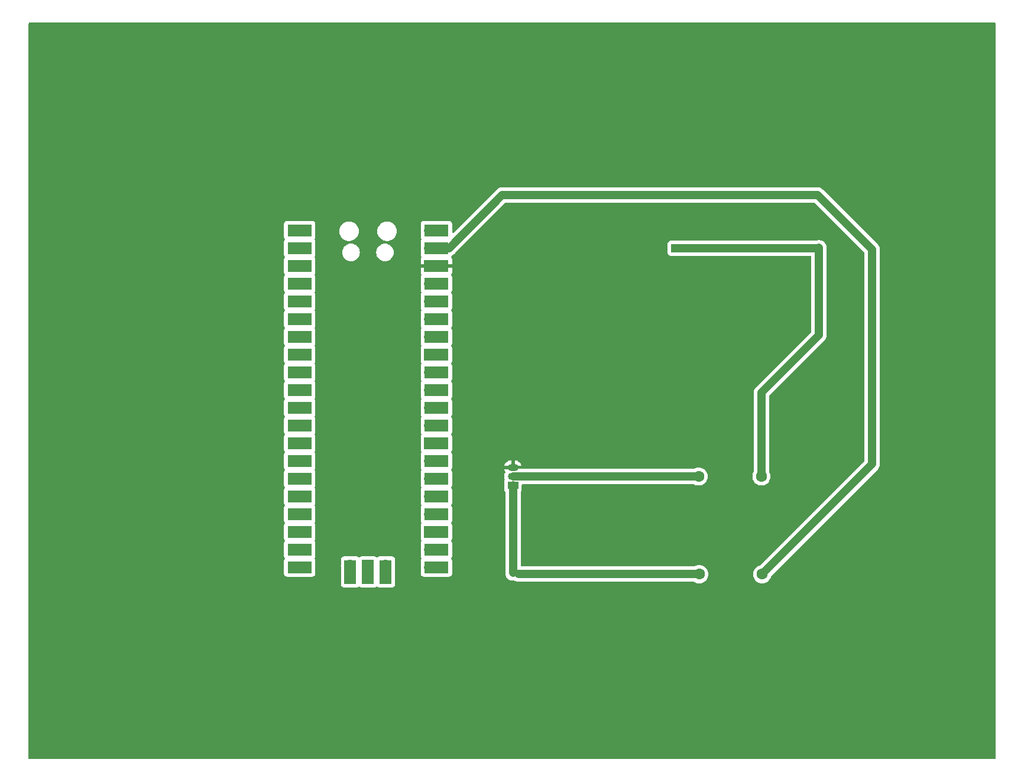
<source format=gbr>
%TF.GenerationSoftware,KiCad,Pcbnew,8.0.0*%
%TF.CreationDate,2024-04-01T11:29:53-03:00*%
%TF.ProjectId,Aula-pcb,41756c61-2d70-4636-922e-6b696361645f,rev?*%
%TF.SameCoordinates,Original*%
%TF.FileFunction,Copper,L1,Top*%
%TF.FilePolarity,Positive*%
%FSLAX46Y46*%
G04 Gerber Fmt 4.6, Leading zero omitted, Abs format (unit mm)*
G04 Created by KiCad (PCBNEW 8.0.0) date 2024-04-01 11:29:53*
%MOMM*%
%LPD*%
G01*
G04 APERTURE LIST*
G04 Aperture macros list*
%AMRoundRect*
0 Rectangle with rounded corners*
0 $1 Rounding radius*
0 $2 $3 $4 $5 $6 $7 $8 $9 X,Y pos of 4 corners*
0 Add a 4 corners polygon primitive as box body*
4,1,4,$2,$3,$4,$5,$6,$7,$8,$9,$2,$3,0*
0 Add four circle primitives for the rounded corners*
1,1,$1+$1,$2,$3*
1,1,$1+$1,$4,$5*
1,1,$1+$1,$6,$7*
1,1,$1+$1,$8,$9*
0 Add four rect primitives between the rounded corners*
20,1,$1+$1,$2,$3,$4,$5,0*
20,1,$1+$1,$4,$5,$6,$7,0*
20,1,$1+$1,$6,$7,$8,$9,0*
20,1,$1+$1,$8,$9,$2,$3,0*%
G04 Aperture macros list end*
%TA.AperFunction,SMDPad,CuDef*%
%ADD10R,2.500000X1.200000*%
%TD*%
%TA.AperFunction,ComponentPad*%
%ADD11C,1.600000*%
%TD*%
%TA.AperFunction,ComponentPad*%
%ADD12R,1.500000X1.050000*%
%TD*%
%TA.AperFunction,ComponentPad*%
%ADD13O,1.500000X1.050000*%
%TD*%
%TA.AperFunction,SMDPad,CuDef*%
%ADD14RoundRect,0.100000X-0.130000X-0.100000X0.130000X-0.100000X0.130000X0.100000X-0.130000X0.100000X0*%
%TD*%
%TA.AperFunction,ComponentPad*%
%ADD15O,1.700000X1.700000*%
%TD*%
%TA.AperFunction,SMDPad,CuDef*%
%ADD16R,3.500000X1.700000*%
%TD*%
%TA.AperFunction,ComponentPad*%
%ADD17R,1.700000X1.700000*%
%TD*%
%TA.AperFunction,SMDPad,CuDef*%
%ADD18R,1.700000X3.500000*%
%TD*%
%TA.AperFunction,Conductor*%
%ADD19C,1.200000*%
%TD*%
%TA.AperFunction,Conductor*%
%ADD20C,0.200000*%
%TD*%
G04 APERTURE END LIST*
D10*
%TO.P,SW1,1,A*%
%TO.N,Net-(R1-Pad1)*%
X219250000Y-76310000D03*
%TO.P,SW1,2,A*%
X231750000Y-76310000D03*
%TO.P,SW1,3,B*%
%TO.N,VCC*%
X219250000Y-68690000D03*
%TO.P,SW1,4,B*%
X231750000Y-68690000D03*
%TD*%
D11*
%TO.P,R2,1*%
%TO.N,Net-(D1-A)*%
X222045000Y-123000000D03*
%TO.P,R2,2*%
%TO.N,VCC*%
X231045000Y-123000000D03*
%TD*%
%TO.P,R1,1*%
%TO.N,Net-(R1-Pad1)*%
X230955000Y-109000000D03*
%TO.P,R1,2*%
%TO.N,Net-(Q1-B)*%
X221955000Y-109000000D03*
%TD*%
D12*
%TO.P,Q1,1,C*%
%TO.N,Net-(D1-K)*%
X195360000Y-110270000D03*
D13*
%TO.P,Q1,2,B*%
%TO.N,Net-(Q1-B)*%
X195360000Y-109000000D03*
%TO.P,Q1,3,E*%
%TO.N,GND*%
X195360000Y-107730000D03*
%TD*%
D14*
%TO.P,D1,1,K*%
%TO.N,Net-(D1-K)*%
X195525000Y-123000000D03*
%TO.P,D1,2,A*%
%TO.N,Net-(D1-A)*%
X196165000Y-123000000D03*
%TD*%
D15*
%TO.P,U1,1,GPIO0*%
%TO.N,unconnected-(U1-GPIO0-Pad1)*%
X165720000Y-73740000D03*
D16*
X164820000Y-73740000D03*
D15*
%TO.P,U1,2,GPIO1*%
%TO.N,unconnected-(U1-GPIO1-Pad2)*%
X165720000Y-76280000D03*
D16*
X164820000Y-76280000D03*
D17*
%TO.P,U1,3,GND*%
%TO.N,unconnected-(U1-GND-Pad3)*%
X165720000Y-78820000D03*
D16*
X164820000Y-78820000D03*
D15*
%TO.P,U1,4,GPIO2*%
%TO.N,unconnected-(U1-GPIO2-Pad4)*%
X165720000Y-81360000D03*
D16*
X164820000Y-81360000D03*
D15*
%TO.P,U1,5,GPIO3*%
%TO.N,unconnected-(U1-GPIO3-Pad5)*%
X165720000Y-83900000D03*
D16*
X164820000Y-83900000D03*
D15*
%TO.P,U1,6,GPIO4*%
%TO.N,unconnected-(U1-GPIO4-Pad6)*%
X165720000Y-86440000D03*
D16*
X164820000Y-86440000D03*
D15*
%TO.P,U1,7,GPIO5*%
%TO.N,unconnected-(U1-GPIO5-Pad7)*%
X165720000Y-88980000D03*
D16*
X164820000Y-88980000D03*
D17*
%TO.P,U1,8,GND*%
%TO.N,unconnected-(U1-GND-Pad8)*%
X165720000Y-91520000D03*
D16*
X164820000Y-91520000D03*
D15*
%TO.P,U1,9,GPIO6*%
%TO.N,unconnected-(U1-GPIO6-Pad9)*%
X165720000Y-94060000D03*
D16*
X164820000Y-94060000D03*
D15*
%TO.P,U1,10,GPIO7*%
%TO.N,unconnected-(U1-GPIO7-Pad10)*%
X165720000Y-96600000D03*
D16*
X164820000Y-96600000D03*
D15*
%TO.P,U1,11,GPIO8*%
%TO.N,unconnected-(U1-GPIO8-Pad11)*%
X165720000Y-99140000D03*
D16*
X164820000Y-99140000D03*
D15*
%TO.P,U1,12,GPIO9*%
%TO.N,unconnected-(U1-GPIO9-Pad12)*%
X165720000Y-101680000D03*
D16*
X164820000Y-101680000D03*
D17*
%TO.P,U1,13,GND*%
%TO.N,unconnected-(U1-GND-Pad13)*%
X165720000Y-104220000D03*
D16*
X164820000Y-104220000D03*
D15*
%TO.P,U1,14,GPIO10*%
%TO.N,unconnected-(U1-GPIO10-Pad14)*%
X165720000Y-106760000D03*
D16*
X164820000Y-106760000D03*
D15*
%TO.P,U1,15,GPIO11*%
%TO.N,unconnected-(U1-GPIO11-Pad15)*%
X165720000Y-109300000D03*
D16*
X164820000Y-109300000D03*
D15*
%TO.P,U1,16,GPIO12*%
%TO.N,unconnected-(U1-GPIO12-Pad16)*%
X165720000Y-111840000D03*
D16*
X164820000Y-111840000D03*
D15*
%TO.P,U1,17,GPIO13*%
%TO.N,unconnected-(U1-GPIO13-Pad17)*%
X165720000Y-114380000D03*
D16*
X164820000Y-114380000D03*
D17*
%TO.P,U1,18,GND*%
%TO.N,unconnected-(U1-GND-Pad18)*%
X165720000Y-116920000D03*
D16*
X164820000Y-116920000D03*
D15*
%TO.P,U1,19,GPIO14*%
%TO.N,unconnected-(U1-GPIO14-Pad19)*%
X165720000Y-119460000D03*
D16*
X164820000Y-119460000D03*
D15*
%TO.P,U1,20,GPIO15*%
%TO.N,unconnected-(U1-GPIO15-Pad20)*%
X165720000Y-122000000D03*
D16*
X164820000Y-122000000D03*
D15*
%TO.P,U1,21,GPIO16*%
%TO.N,unconnected-(U1-GPIO16-Pad21)*%
X183500000Y-122000000D03*
D16*
X184400000Y-122000000D03*
D15*
%TO.P,U1,22,GPIO17*%
%TO.N,unconnected-(U1-GPIO17-Pad22)*%
X183500000Y-119460000D03*
D16*
X184400000Y-119460000D03*
D17*
%TO.P,U1,23,GND*%
%TO.N,unconnected-(U1-GND-Pad23)*%
X183500000Y-116920000D03*
D16*
X184400000Y-116920000D03*
D15*
%TO.P,U1,24,GPIO18*%
%TO.N,unconnected-(U1-GPIO18-Pad24)*%
X183500000Y-114380000D03*
D16*
X184400000Y-114380000D03*
D15*
%TO.P,U1,25,GPIO19*%
%TO.N,unconnected-(U1-GPIO19-Pad25)*%
X183500000Y-111840000D03*
D16*
X184400000Y-111840000D03*
D15*
%TO.P,U1,26,GPIO20*%
%TO.N,unconnected-(U1-GPIO20-Pad26)*%
X183500000Y-109300000D03*
D16*
X184400000Y-109300000D03*
D15*
%TO.P,U1,27,GPIO21*%
%TO.N,unconnected-(U1-GPIO21-Pad27)*%
X183500000Y-106760000D03*
D16*
X184400000Y-106760000D03*
D17*
%TO.P,U1,28,GND*%
%TO.N,unconnected-(U1-GND-Pad28)*%
X183500000Y-104220000D03*
D16*
X184400000Y-104220000D03*
D15*
%TO.P,U1,29,GPIO22*%
%TO.N,unconnected-(U1-GPIO22-Pad29)*%
X183500000Y-101680000D03*
D16*
X184400000Y-101680000D03*
D15*
%TO.P,U1,30,RUN*%
%TO.N,unconnected-(U1-RUN-Pad30)*%
X183500000Y-99140000D03*
D16*
X184400000Y-99140000D03*
D15*
%TO.P,U1,31,GPIO26_ADC0*%
%TO.N,unconnected-(U1-GPIO26_ADC0-Pad31)*%
X183500000Y-96600000D03*
D16*
X184400000Y-96600000D03*
D15*
%TO.P,U1,32,GPIO27_ADC1*%
%TO.N,unconnected-(U1-GPIO27_ADC1-Pad32)*%
X183500000Y-94060000D03*
D16*
X184400000Y-94060000D03*
D17*
%TO.P,U1,33,AGND*%
%TO.N,unconnected-(U1-AGND-Pad33)*%
X183500000Y-91520000D03*
D16*
X184400000Y-91520000D03*
D15*
%TO.P,U1,34,GPIO28_ADC2*%
%TO.N,unconnected-(U1-GPIO28_ADC2-Pad34)*%
X183500000Y-88980000D03*
D16*
X184400000Y-88980000D03*
D15*
%TO.P,U1,35,ADC_VREF*%
%TO.N,unconnected-(U1-ADC_VREF-Pad35)*%
X183500000Y-86440000D03*
D16*
X184400000Y-86440000D03*
D15*
%TO.P,U1,36,3V3*%
%TO.N,unconnected-(U1-3V3-Pad36)*%
X183500000Y-83900000D03*
D16*
X184400000Y-83900000D03*
D15*
%TO.P,U1,37,3V3_EN*%
%TO.N,unconnected-(U1-3V3_EN-Pad37)*%
X183500000Y-81360000D03*
D16*
X184400000Y-81360000D03*
D17*
%TO.P,U1,38,GND*%
%TO.N,GND*%
X183500000Y-78820000D03*
D16*
X184400000Y-78820000D03*
D15*
%TO.P,U1,39,VSYS*%
%TO.N,VCC*%
X183500000Y-76280000D03*
D16*
X184400000Y-76280000D03*
D15*
%TO.P,U1,40,VBUS*%
%TO.N,unconnected-(U1-VBUS-Pad40)*%
X183500000Y-73740000D03*
D16*
X184400000Y-73740000D03*
D15*
%TO.P,U1,41,SWCLK*%
%TO.N,unconnected-(U1-SWCLK-Pad41)*%
X172070000Y-121770000D03*
D18*
X172070000Y-122670000D03*
D17*
%TO.P,U1,42,GND*%
%TO.N,unconnected-(U1-GND-Pad42)*%
X174610000Y-121770000D03*
D18*
X174610000Y-122670000D03*
D15*
%TO.P,U1,43,SWDIO*%
%TO.N,unconnected-(U1-SWDIO-Pad43)*%
X177150000Y-121770000D03*
D18*
X177150000Y-122670000D03*
%TD*%
D19*
%TO.N,VCC*%
X186220000Y-76280000D02*
X193810000Y-68690000D01*
D20*
X183500000Y-76280000D02*
X186220000Y-76280000D01*
D19*
X193810000Y-68690000D02*
X219250000Y-68690000D01*
X231750000Y-68690000D02*
X219250000Y-68690000D01*
X246810000Y-76500000D02*
X239000000Y-68690000D01*
D20*
X246810000Y-76500000D02*
X246810000Y-76250000D01*
D19*
X239000000Y-68690000D02*
X231750000Y-68690000D01*
X246810000Y-88750000D02*
X246810000Y-76500000D01*
%TO.N,Net-(R1-Pad1)*%
X231750000Y-76310000D02*
X219250000Y-76310000D01*
X239130000Y-76310000D02*
X231750000Y-76310000D01*
D20*
X239190000Y-76250000D02*
X239130000Y-76310000D01*
D19*
X239190000Y-88750000D02*
X239190000Y-76250000D01*
X230955000Y-96985000D02*
X239190000Y-88750000D01*
X230955000Y-109000000D02*
X230955000Y-96985000D01*
%TO.N,Net-(Q1-B)*%
X195360000Y-109000000D02*
X221955000Y-109000000D01*
%TO.N,VCC*%
X246810000Y-107235000D02*
X246810000Y-88750000D01*
X231045000Y-123000000D02*
X246810000Y-107235000D01*
%TO.N,Net-(D1-A)*%
X196165000Y-123000000D02*
X222045000Y-123000000D01*
D20*
%TO.N,Net-(D1-K)*%
X195360000Y-122835000D02*
X195525000Y-123000000D01*
D19*
X195360000Y-110270000D02*
X195360000Y-122835000D01*
%TD*%
%TA.AperFunction,Conductor*%
%TO.N,GND*%
G36*
X264442539Y-44020185D02*
G01*
X264488294Y-44072989D01*
X264499500Y-44124500D01*
X264499500Y-149375500D01*
X264479815Y-149442539D01*
X264427011Y-149488294D01*
X264375500Y-149499500D01*
X126124500Y-149499500D01*
X126057461Y-149479815D01*
X126011706Y-149427011D01*
X126000500Y-149375500D01*
X126000500Y-122897870D01*
X162569500Y-122897870D01*
X162569501Y-122897876D01*
X162575908Y-122957483D01*
X162626202Y-123092328D01*
X162626206Y-123092335D01*
X162712452Y-123207544D01*
X162712455Y-123207547D01*
X162827664Y-123293793D01*
X162827671Y-123293797D01*
X162962517Y-123344091D01*
X162962516Y-123344091D01*
X162969444Y-123344835D01*
X163022127Y-123350500D01*
X165655611Y-123350499D01*
X165666419Y-123350971D01*
X165719999Y-123355659D01*
X165720000Y-123355659D01*
X165720001Y-123355659D01*
X165773580Y-123350971D01*
X165784388Y-123350499D01*
X166617871Y-123350499D01*
X166617872Y-123350499D01*
X166677483Y-123344091D01*
X166812331Y-123293796D01*
X166927546Y-123207546D01*
X167013796Y-123092331D01*
X167064091Y-122957483D01*
X167070500Y-122897873D01*
X167070499Y-122064383D01*
X167070971Y-122053576D01*
X167075659Y-122000000D01*
X167075659Y-121999999D01*
X167070971Y-121946421D01*
X167070499Y-121935613D01*
X167070499Y-121770001D01*
X170714341Y-121770001D01*
X170719028Y-121823574D01*
X170719500Y-121834381D01*
X170719500Y-124467870D01*
X170719501Y-124467876D01*
X170725908Y-124527483D01*
X170776202Y-124662328D01*
X170776206Y-124662335D01*
X170862452Y-124777544D01*
X170862455Y-124777547D01*
X170977664Y-124863793D01*
X170977671Y-124863797D01*
X171112517Y-124914091D01*
X171112516Y-124914091D01*
X171119444Y-124914835D01*
X171172127Y-124920500D01*
X172967872Y-124920499D01*
X173027483Y-124914091D01*
X173162331Y-124863796D01*
X173265690Y-124786421D01*
X173331152Y-124762004D01*
X173399425Y-124776855D01*
X173414303Y-124786416D01*
X173517665Y-124863793D01*
X173517668Y-124863795D01*
X173517671Y-124863797D01*
X173652517Y-124914091D01*
X173652516Y-124914091D01*
X173659444Y-124914835D01*
X173712127Y-124920500D01*
X175507872Y-124920499D01*
X175567483Y-124914091D01*
X175702331Y-124863796D01*
X175805690Y-124786421D01*
X175871152Y-124762004D01*
X175939425Y-124776855D01*
X175954303Y-124786416D01*
X176057665Y-124863793D01*
X176057668Y-124863795D01*
X176057671Y-124863797D01*
X176192517Y-124914091D01*
X176192516Y-124914091D01*
X176199444Y-124914835D01*
X176252127Y-124920500D01*
X178047872Y-124920499D01*
X178107483Y-124914091D01*
X178242331Y-124863796D01*
X178357546Y-124777546D01*
X178443796Y-124662331D01*
X178494091Y-124527483D01*
X178500500Y-124467873D01*
X178500499Y-122000002D01*
X182144341Y-122000002D01*
X182149028Y-122053576D01*
X182149500Y-122064383D01*
X182149500Y-122897870D01*
X182149501Y-122897876D01*
X182155908Y-122957483D01*
X182206202Y-123092328D01*
X182206206Y-123092335D01*
X182292452Y-123207544D01*
X182292455Y-123207547D01*
X182407664Y-123293793D01*
X182407671Y-123293797D01*
X182542517Y-123344091D01*
X182542516Y-123344091D01*
X182549444Y-123344835D01*
X182602127Y-123350500D01*
X183435616Y-123350499D01*
X183446425Y-123350971D01*
X183500000Y-123355659D01*
X183553575Y-123350971D01*
X183564384Y-123350499D01*
X186197871Y-123350499D01*
X186197872Y-123350499D01*
X186257483Y-123344091D01*
X186392331Y-123293796D01*
X186507546Y-123207546D01*
X186593796Y-123092331D01*
X186644091Y-122957483D01*
X186650500Y-122897873D01*
X186650499Y-121102128D01*
X186644091Y-121042517D01*
X186593796Y-120907669D01*
X186516421Y-120804309D01*
X186492004Y-120738848D01*
X186506855Y-120670575D01*
X186516416Y-120655696D01*
X186593796Y-120552331D01*
X186644091Y-120417483D01*
X186650500Y-120357873D01*
X186650499Y-118562128D01*
X186644091Y-118502517D01*
X186593796Y-118367669D01*
X186516421Y-118264309D01*
X186492004Y-118198848D01*
X186506855Y-118130575D01*
X186516416Y-118115696D01*
X186593796Y-118012331D01*
X186644091Y-117877483D01*
X186650500Y-117817873D01*
X186650499Y-116022128D01*
X186644091Y-115962517D01*
X186593796Y-115827669D01*
X186516421Y-115724309D01*
X186492004Y-115658848D01*
X186506855Y-115590575D01*
X186516416Y-115575696D01*
X186593796Y-115472331D01*
X186644091Y-115337483D01*
X186650500Y-115277873D01*
X186650499Y-113482128D01*
X186644091Y-113422517D01*
X186593796Y-113287669D01*
X186516421Y-113184309D01*
X186492004Y-113118848D01*
X186506855Y-113050575D01*
X186516416Y-113035696D01*
X186593796Y-112932331D01*
X186644091Y-112797483D01*
X186650500Y-112737873D01*
X186650499Y-110942128D01*
X186644091Y-110882517D01*
X186629304Y-110842872D01*
X186629303Y-110842870D01*
X194109500Y-110842870D01*
X194109501Y-110842876D01*
X194115908Y-110902483D01*
X194166202Y-111037328D01*
X194166203Y-111037330D01*
X194234767Y-111128919D01*
X194259184Y-111194383D01*
X194259500Y-111203230D01*
X194259500Y-122921611D01*
X194286598Y-123092701D01*
X194340127Y-123257445D01*
X194418768Y-123411788D01*
X194520586Y-123551928D01*
X194643072Y-123674414D01*
X194783212Y-123776232D01*
X194937555Y-123854873D01*
X195102299Y-123908402D01*
X195273389Y-123935500D01*
X195273390Y-123935500D01*
X195446608Y-123935500D01*
X195446611Y-123935500D01*
X195506516Y-123926011D01*
X195575806Y-123934965D01*
X195583805Y-123939150D01*
X195583872Y-123939020D01*
X195588208Y-123941229D01*
X195588212Y-123941232D01*
X195742555Y-124019873D01*
X195907299Y-124073402D01*
X196078389Y-124100500D01*
X221310228Y-124100500D01*
X221377267Y-124120185D01*
X221381340Y-124122917D01*
X221392266Y-124130568D01*
X221598504Y-124226739D01*
X221818308Y-124285635D01*
X221980230Y-124299801D01*
X222044998Y-124305468D01*
X222045000Y-124305468D01*
X222045002Y-124305468D01*
X222101673Y-124300509D01*
X222271692Y-124285635D01*
X222491496Y-124226739D01*
X222697734Y-124130568D01*
X222884139Y-124000047D01*
X223045047Y-123839139D01*
X223175568Y-123652734D01*
X223271739Y-123446496D01*
X223330635Y-123226692D01*
X223350468Y-123000000D01*
X223330635Y-122773308D01*
X223271739Y-122553504D01*
X223175568Y-122347266D01*
X223045047Y-122160861D01*
X223045045Y-122160858D01*
X222884141Y-121999954D01*
X222697734Y-121869432D01*
X222697732Y-121869431D01*
X222491497Y-121773261D01*
X222491488Y-121773258D01*
X222271697Y-121714366D01*
X222271693Y-121714365D01*
X222271692Y-121714365D01*
X222271691Y-121714364D01*
X222271686Y-121714364D01*
X222045002Y-121694532D01*
X222044998Y-121694532D01*
X221818313Y-121714364D01*
X221818302Y-121714366D01*
X221598511Y-121773258D01*
X221598502Y-121773261D01*
X221392267Y-121869431D01*
X221392265Y-121869432D01*
X221381351Y-121877075D01*
X221315144Y-121899402D01*
X221310228Y-121899500D01*
X196584500Y-121899500D01*
X196517461Y-121879815D01*
X196471706Y-121827011D01*
X196460500Y-121775500D01*
X196460500Y-111203230D01*
X196480185Y-111136191D01*
X196485233Y-111128919D01*
X196553796Y-111037331D01*
X196604091Y-110902483D01*
X196610500Y-110842873D01*
X196610499Y-110224499D01*
X196630183Y-110157461D01*
X196682987Y-110111706D01*
X196734499Y-110100500D01*
X221220228Y-110100500D01*
X221287267Y-110120185D01*
X221291340Y-110122917D01*
X221302266Y-110130568D01*
X221508504Y-110226739D01*
X221728308Y-110285635D01*
X221890230Y-110299801D01*
X221954998Y-110305468D01*
X221955000Y-110305468D01*
X221955002Y-110305468D01*
X222011673Y-110300509D01*
X222181692Y-110285635D01*
X222401496Y-110226739D01*
X222607734Y-110130568D01*
X222794139Y-110000047D01*
X222955047Y-109839139D01*
X223085568Y-109652734D01*
X223181739Y-109446496D01*
X223240635Y-109226692D01*
X223260468Y-109000000D01*
X223240635Y-108773308D01*
X223181739Y-108553504D01*
X223085568Y-108347266D01*
X222955047Y-108160861D01*
X222955045Y-108160858D01*
X222794141Y-107999954D01*
X222607734Y-107869432D01*
X222607732Y-107869431D01*
X222401497Y-107773261D01*
X222401488Y-107773258D01*
X222181697Y-107714366D01*
X222181693Y-107714365D01*
X222181692Y-107714365D01*
X222181691Y-107714364D01*
X222181686Y-107714364D01*
X221955002Y-107694532D01*
X221954998Y-107694532D01*
X221728313Y-107714364D01*
X221728302Y-107714366D01*
X221508511Y-107773258D01*
X221508502Y-107773261D01*
X221302267Y-107869431D01*
X221302265Y-107869432D01*
X221291351Y-107877075D01*
X221225144Y-107899402D01*
X221220228Y-107899500D01*
X195695152Y-107899500D01*
X195709444Y-107874745D01*
X195735000Y-107779370D01*
X195735000Y-107680630D01*
X195709444Y-107585255D01*
X195660075Y-107499745D01*
X195640330Y-107480000D01*
X196580353Y-107480000D01*
X196570612Y-107431025D01*
X196570609Y-107431016D01*
X196493347Y-107244486D01*
X196493340Y-107244473D01*
X196381170Y-107076600D01*
X196381167Y-107076596D01*
X196238403Y-106933832D01*
X196238399Y-106933829D01*
X196070526Y-106821659D01*
X196070513Y-106821652D01*
X195883983Y-106744390D01*
X195883974Y-106744387D01*
X195685958Y-106705000D01*
X195610000Y-106705000D01*
X195610000Y-107449670D01*
X195590255Y-107429925D01*
X195504745Y-107380556D01*
X195409370Y-107355000D01*
X195310630Y-107355000D01*
X195215255Y-107380556D01*
X195129745Y-107429925D01*
X195110000Y-107449670D01*
X195110000Y-106705000D01*
X195034041Y-106705000D01*
X194836025Y-106744387D01*
X194836016Y-106744390D01*
X194649486Y-106821652D01*
X194649473Y-106821659D01*
X194481600Y-106933829D01*
X194481596Y-106933832D01*
X194338832Y-107076596D01*
X194338829Y-107076600D01*
X194226659Y-107244473D01*
X194226652Y-107244486D01*
X194149390Y-107431016D01*
X194149387Y-107431025D01*
X194139647Y-107480000D01*
X195079670Y-107480000D01*
X195059925Y-107499745D01*
X195010556Y-107585255D01*
X194985000Y-107680630D01*
X194985000Y-107779370D01*
X195010556Y-107874745D01*
X195050255Y-107943507D01*
X194956624Y-107973931D01*
X194918306Y-107980000D01*
X194139647Y-107980000D01*
X194149387Y-108028974D01*
X194149390Y-108028983D01*
X194226652Y-108215513D01*
X194226659Y-108215526D01*
X194280203Y-108295659D01*
X194301081Y-108362336D01*
X194282597Y-108429716D01*
X194280204Y-108433439D01*
X194226214Y-108514243D01*
X194148909Y-108700872D01*
X194148907Y-108700880D01*
X194109500Y-108898992D01*
X194109500Y-109101007D01*
X194148907Y-109299119D01*
X194148909Y-109299127D01*
X194182325Y-109379800D01*
X194189794Y-109449270D01*
X194170038Y-109494660D01*
X194170454Y-109494887D01*
X194167919Y-109499528D01*
X194167037Y-109501556D01*
X194166206Y-109502665D01*
X194166202Y-109502672D01*
X194115908Y-109637517D01*
X194109501Y-109697116D01*
X194109500Y-109697135D01*
X194109500Y-110842870D01*
X186629303Y-110842870D01*
X186593797Y-110747671D01*
X186593795Y-110747668D01*
X186516421Y-110644309D01*
X186492004Y-110578848D01*
X186506855Y-110510575D01*
X186516416Y-110495696D01*
X186593796Y-110392331D01*
X186644091Y-110257483D01*
X186650500Y-110197873D01*
X186650499Y-108402128D01*
X186644091Y-108342517D01*
X186596726Y-108215526D01*
X186593797Y-108207671D01*
X186593795Y-108207668D01*
X186516421Y-108104309D01*
X186492004Y-108038848D01*
X186506855Y-107970575D01*
X186516416Y-107955696D01*
X186593796Y-107852331D01*
X186644091Y-107717483D01*
X186650500Y-107657873D01*
X186650499Y-105862128D01*
X186644091Y-105802517D01*
X186593796Y-105667669D01*
X186516421Y-105564309D01*
X186492004Y-105498848D01*
X186506855Y-105430575D01*
X186516416Y-105415696D01*
X186593796Y-105312331D01*
X186644091Y-105177483D01*
X186650500Y-105117873D01*
X186650499Y-103322128D01*
X186644091Y-103262517D01*
X186593796Y-103127669D01*
X186516421Y-103024309D01*
X186492004Y-102958848D01*
X186506855Y-102890575D01*
X186516416Y-102875696D01*
X186593796Y-102772331D01*
X186644091Y-102637483D01*
X186650500Y-102577873D01*
X186650499Y-100782128D01*
X186644091Y-100722517D01*
X186593796Y-100587669D01*
X186516421Y-100484309D01*
X186492004Y-100418848D01*
X186506855Y-100350575D01*
X186516416Y-100335696D01*
X186593796Y-100232331D01*
X186644091Y-100097483D01*
X186650500Y-100037873D01*
X186650499Y-98242128D01*
X186644091Y-98182517D01*
X186593796Y-98047669D01*
X186516421Y-97944309D01*
X186492004Y-97878848D01*
X186506855Y-97810575D01*
X186516416Y-97795696D01*
X186593796Y-97692331D01*
X186644091Y-97557483D01*
X186650500Y-97497873D01*
X186650499Y-95702128D01*
X186644091Y-95642517D01*
X186593796Y-95507669D01*
X186516421Y-95404309D01*
X186492004Y-95338848D01*
X186506855Y-95270575D01*
X186516416Y-95255696D01*
X186593796Y-95152331D01*
X186644091Y-95017483D01*
X186650500Y-94957873D01*
X186650499Y-93162128D01*
X186644091Y-93102517D01*
X186593796Y-92967669D01*
X186516421Y-92864309D01*
X186492004Y-92798848D01*
X186506855Y-92730575D01*
X186516416Y-92715696D01*
X186593796Y-92612331D01*
X186644091Y-92477483D01*
X186650500Y-92417873D01*
X186650499Y-90622128D01*
X186644091Y-90562517D01*
X186593796Y-90427669D01*
X186516421Y-90324309D01*
X186492004Y-90258848D01*
X186506855Y-90190575D01*
X186516416Y-90175696D01*
X186593796Y-90072331D01*
X186644091Y-89937483D01*
X186650500Y-89877873D01*
X186650499Y-88082128D01*
X186644091Y-88022517D01*
X186593796Y-87887669D01*
X186516421Y-87784309D01*
X186492004Y-87718848D01*
X186506855Y-87650575D01*
X186516416Y-87635696D01*
X186593796Y-87532331D01*
X186644091Y-87397483D01*
X186650500Y-87337873D01*
X186650499Y-85542128D01*
X186644091Y-85482517D01*
X186593796Y-85347669D01*
X186516421Y-85244309D01*
X186492004Y-85178848D01*
X186506855Y-85110575D01*
X186516416Y-85095696D01*
X186593796Y-84992331D01*
X186644091Y-84857483D01*
X186650500Y-84797873D01*
X186650499Y-83002128D01*
X186644091Y-82942517D01*
X186593796Y-82807669D01*
X186516421Y-82704309D01*
X186492004Y-82638848D01*
X186506855Y-82570575D01*
X186516416Y-82555696D01*
X186593796Y-82452331D01*
X186644091Y-82317483D01*
X186650500Y-82257873D01*
X186650499Y-80462128D01*
X186644091Y-80402517D01*
X186593796Y-80267669D01*
X186516109Y-80163893D01*
X186491692Y-80098430D01*
X186506543Y-80030157D01*
X186516110Y-80015271D01*
X186593352Y-79912089D01*
X186593354Y-79912086D01*
X186643596Y-79777379D01*
X186643598Y-79777372D01*
X186649999Y-79717844D01*
X186650000Y-79717827D01*
X186650000Y-79070000D01*
X183944560Y-79070000D01*
X183975245Y-79016853D01*
X184010000Y-78887143D01*
X184010000Y-78752857D01*
X183975245Y-78623147D01*
X183944560Y-78570000D01*
X186650000Y-78570000D01*
X186650000Y-77922172D01*
X186649999Y-77922155D01*
X186643598Y-77862627D01*
X186643596Y-77862620D01*
X186593354Y-77727913D01*
X186593352Y-77727910D01*
X186516110Y-77624729D01*
X186491692Y-77559265D01*
X186506543Y-77490992D01*
X186516105Y-77476111D01*
X186593796Y-77372331D01*
X186598874Y-77358713D01*
X186640741Y-77302780D01*
X186658757Y-77291561D01*
X186796788Y-77221232D01*
X186936928Y-77119414D01*
X187098472Y-76957870D01*
X217499500Y-76957870D01*
X217499501Y-76957876D01*
X217505908Y-77017483D01*
X217556202Y-77152328D01*
X217556206Y-77152335D01*
X217642452Y-77267544D01*
X217642455Y-77267547D01*
X217757664Y-77353793D01*
X217757671Y-77353797D01*
X217892517Y-77404091D01*
X217892516Y-77404091D01*
X217899444Y-77404835D01*
X217952127Y-77410500D01*
X219153386Y-77410499D01*
X219153400Y-77410500D01*
X219163389Y-77410500D01*
X230452127Y-77410500D01*
X231663389Y-77410500D01*
X237965500Y-77410500D01*
X238032539Y-77430185D01*
X238078294Y-77482989D01*
X238089500Y-77534500D01*
X238089500Y-88242796D01*
X238069815Y-88309835D01*
X238053181Y-88330477D01*
X230115588Y-96268069D01*
X230115588Y-96268070D01*
X230115586Y-96268072D01*
X230071859Y-96328256D01*
X230013768Y-96408211D01*
X229935128Y-96562552D01*
X229881597Y-96727302D01*
X229854500Y-96898389D01*
X229854500Y-108265227D01*
X229834815Y-108332266D01*
X229832089Y-108336329D01*
X229825121Y-108346282D01*
X229824430Y-108347269D01*
X229728261Y-108553502D01*
X229728258Y-108553511D01*
X229669366Y-108773302D01*
X229669364Y-108773313D01*
X229649532Y-108999998D01*
X229649532Y-109000001D01*
X229669364Y-109226686D01*
X229669366Y-109226697D01*
X229728258Y-109446488D01*
X229728261Y-109446497D01*
X229824431Y-109652732D01*
X229824432Y-109652734D01*
X229954954Y-109839141D01*
X230115858Y-110000045D01*
X230115861Y-110000047D01*
X230302266Y-110130568D01*
X230508504Y-110226739D01*
X230728308Y-110285635D01*
X230890230Y-110299801D01*
X230954998Y-110305468D01*
X230955000Y-110305468D01*
X230955002Y-110305468D01*
X231011673Y-110300509D01*
X231181692Y-110285635D01*
X231401496Y-110226739D01*
X231607734Y-110130568D01*
X231794139Y-110000047D01*
X231955047Y-109839139D01*
X232085568Y-109652734D01*
X232181739Y-109446496D01*
X232240635Y-109226692D01*
X232260468Y-109000000D01*
X232240635Y-108773308D01*
X232181739Y-108553504D01*
X232085568Y-108347266D01*
X232077921Y-108336345D01*
X232055597Y-108270140D01*
X232055500Y-108265227D01*
X232055500Y-97492204D01*
X232075185Y-97425165D01*
X232091819Y-97404523D01*
X235500729Y-93995613D01*
X240029414Y-89466928D01*
X240046317Y-89443663D01*
X240131232Y-89326788D01*
X240209873Y-89172445D01*
X240263402Y-89007701D01*
X240290500Y-88836611D01*
X240290500Y-76163389D01*
X240263402Y-75992299D01*
X240209873Y-75827555D01*
X240131232Y-75673212D01*
X240029414Y-75533072D01*
X239906928Y-75410586D01*
X239766788Y-75308768D01*
X239612445Y-75230127D01*
X239447701Y-75176598D01*
X239447699Y-75176597D01*
X239447698Y-75176597D01*
X239316271Y-75155781D01*
X239276611Y-75149500D01*
X239103389Y-75149500D01*
X239071192Y-75154599D01*
X238932301Y-75176597D01*
X238849716Y-75203431D01*
X238811398Y-75209500D01*
X217952129Y-75209500D01*
X217952123Y-75209501D01*
X217892516Y-75215908D01*
X217757671Y-75266202D01*
X217757664Y-75266206D01*
X217642455Y-75352452D01*
X217642452Y-75352455D01*
X217556206Y-75467664D01*
X217556202Y-75467671D01*
X217505908Y-75602517D01*
X217499501Y-75662116D01*
X217499500Y-75662135D01*
X217499500Y-76957870D01*
X187098472Y-76957870D01*
X194229523Y-69826819D01*
X194290846Y-69793334D01*
X194317204Y-69790500D01*
X217952127Y-69790500D01*
X219163389Y-69790500D01*
X230452127Y-69790500D01*
X231663389Y-69790500D01*
X238492796Y-69790500D01*
X238559835Y-69810185D01*
X238580477Y-69826819D01*
X245673181Y-76919523D01*
X245706666Y-76980846D01*
X245709500Y-77007204D01*
X245709500Y-106727795D01*
X245689815Y-106794834D01*
X245673181Y-106815476D01*
X230781676Y-121706980D01*
X230726090Y-121739073D01*
X230598504Y-121773260D01*
X230392267Y-121869431D01*
X230392265Y-121869432D01*
X230205858Y-121999954D01*
X230044954Y-122160858D01*
X229914432Y-122347265D01*
X229914431Y-122347267D01*
X229818261Y-122553502D01*
X229818258Y-122553511D01*
X229759366Y-122773302D01*
X229759364Y-122773313D01*
X229739532Y-122999998D01*
X229739532Y-123000001D01*
X229759364Y-123226686D01*
X229759366Y-123226697D01*
X229818258Y-123446488D01*
X229818261Y-123446497D01*
X229914431Y-123652732D01*
X229914432Y-123652734D01*
X230044954Y-123839141D01*
X230205858Y-124000045D01*
X230205861Y-124000047D01*
X230392266Y-124130568D01*
X230598504Y-124226739D01*
X230818308Y-124285635D01*
X230980230Y-124299801D01*
X231044998Y-124305468D01*
X231045000Y-124305468D01*
X231045002Y-124305468D01*
X231101673Y-124300509D01*
X231271692Y-124285635D01*
X231491496Y-124226739D01*
X231697734Y-124130568D01*
X231884139Y-124000047D01*
X232045047Y-123839139D01*
X232175568Y-123652734D01*
X232271739Y-123446496D01*
X232305925Y-123318909D01*
X232338016Y-123263324D01*
X247649414Y-107951928D01*
X247751232Y-107811788D01*
X247829873Y-107657445D01*
X247883402Y-107492701D01*
X247910500Y-107321611D01*
X247910500Y-107148389D01*
X247910500Y-88663389D01*
X247910500Y-76413389D01*
X247883402Y-76242299D01*
X247829873Y-76077555D01*
X247751232Y-75923212D01*
X247649414Y-75783072D01*
X247526928Y-75660586D01*
X239716928Y-67850586D01*
X239576788Y-67748768D01*
X239422445Y-67670127D01*
X239257701Y-67616598D01*
X239257699Y-67616597D01*
X239257698Y-67616597D01*
X239126271Y-67595781D01*
X239086611Y-67589500D01*
X231836611Y-67589500D01*
X219336611Y-67589500D01*
X193896611Y-67589500D01*
X193723389Y-67589500D01*
X193683728Y-67595781D01*
X193552302Y-67616597D01*
X193387552Y-67670128D01*
X193233211Y-67748768D01*
X193153256Y-67806859D01*
X193093072Y-67850586D01*
X193093070Y-67850588D01*
X193093069Y-67850588D01*
X186862180Y-74081477D01*
X186800857Y-74114962D01*
X186731165Y-74109978D01*
X186675232Y-74068106D01*
X186650815Y-74002642D01*
X186650499Y-73993796D01*
X186650499Y-72842129D01*
X186650498Y-72842123D01*
X186650497Y-72842116D01*
X186644091Y-72782517D01*
X186610901Y-72693531D01*
X186593797Y-72647671D01*
X186593793Y-72647664D01*
X186507547Y-72532455D01*
X186507544Y-72532452D01*
X186392335Y-72446206D01*
X186392328Y-72446202D01*
X186257482Y-72395908D01*
X186257483Y-72395908D01*
X186197883Y-72389501D01*
X186197881Y-72389500D01*
X186197873Y-72389500D01*
X186197865Y-72389500D01*
X183564385Y-72389500D01*
X183553578Y-72389028D01*
X183500001Y-72384341D01*
X183499997Y-72384341D01*
X183446419Y-72389028D01*
X183435613Y-72389500D01*
X182602129Y-72389500D01*
X182602123Y-72389501D01*
X182542516Y-72395908D01*
X182407671Y-72446202D01*
X182407664Y-72446206D01*
X182292455Y-72532452D01*
X182292452Y-72532455D01*
X182206206Y-72647664D01*
X182206202Y-72647671D01*
X182155908Y-72782517D01*
X182150149Y-72836087D01*
X182149501Y-72842123D01*
X182149500Y-72842135D01*
X182149500Y-73675616D01*
X182149028Y-73686423D01*
X182144341Y-73739997D01*
X182144341Y-73740002D01*
X182149028Y-73793576D01*
X182149500Y-73804383D01*
X182149500Y-74637870D01*
X182149501Y-74637876D01*
X182155908Y-74697483D01*
X182206202Y-74832328D01*
X182206203Y-74832330D01*
X182283578Y-74935689D01*
X182307995Y-75001153D01*
X182293144Y-75069426D01*
X182283578Y-75084311D01*
X182206203Y-75187669D01*
X182206202Y-75187671D01*
X182155908Y-75322517D01*
X182152690Y-75352454D01*
X182149501Y-75382123D01*
X182149500Y-75382135D01*
X182149500Y-76215616D01*
X182149028Y-76226423D01*
X182144341Y-76279997D01*
X182144341Y-76280002D01*
X182149028Y-76333576D01*
X182149500Y-76344383D01*
X182149500Y-77177870D01*
X182149501Y-77177876D01*
X182155908Y-77237483D01*
X182206202Y-77372328D01*
X182206206Y-77372335D01*
X182283889Y-77476105D01*
X182308307Y-77541569D01*
X182293456Y-77609842D01*
X182283890Y-77624727D01*
X182206647Y-77727910D01*
X182206645Y-77727913D01*
X182156403Y-77862620D01*
X182156401Y-77862627D01*
X182150000Y-77922155D01*
X182150000Y-78570000D01*
X183055440Y-78570000D01*
X183024755Y-78623147D01*
X182990000Y-78752857D01*
X182990000Y-78887143D01*
X183024755Y-79016853D01*
X183055440Y-79070000D01*
X182150000Y-79070000D01*
X182150000Y-79717844D01*
X182156401Y-79777372D01*
X182156403Y-79777379D01*
X182206645Y-79912086D01*
X182206646Y-79912088D01*
X182283890Y-80015272D01*
X182308307Y-80080736D01*
X182293456Y-80149009D01*
X182283890Y-80163894D01*
X182206204Y-80267669D01*
X182206202Y-80267671D01*
X182155908Y-80402517D01*
X182149501Y-80462116D01*
X182149501Y-80462123D01*
X182149500Y-80462135D01*
X182149500Y-81295616D01*
X182149028Y-81306423D01*
X182144341Y-81359997D01*
X182144341Y-81360002D01*
X182149028Y-81413576D01*
X182149500Y-81424383D01*
X182149500Y-82257870D01*
X182149501Y-82257876D01*
X182155908Y-82317483D01*
X182206202Y-82452328D01*
X182206203Y-82452330D01*
X182283578Y-82555689D01*
X182307995Y-82621153D01*
X182293144Y-82689426D01*
X182283578Y-82704311D01*
X182206203Y-82807669D01*
X182206202Y-82807671D01*
X182155908Y-82942517D01*
X182149501Y-83002116D01*
X182149501Y-83002123D01*
X182149500Y-83002135D01*
X182149500Y-83835616D01*
X182149028Y-83846423D01*
X182144341Y-83899997D01*
X182144341Y-83900002D01*
X182149028Y-83953576D01*
X182149500Y-83964383D01*
X182149500Y-84797870D01*
X182149501Y-84797876D01*
X182155908Y-84857483D01*
X182206202Y-84992328D01*
X182206203Y-84992330D01*
X182283578Y-85095689D01*
X182307995Y-85161153D01*
X182293144Y-85229426D01*
X182283578Y-85244311D01*
X182206203Y-85347669D01*
X182206202Y-85347671D01*
X182155908Y-85482517D01*
X182149501Y-85542116D01*
X182149501Y-85542123D01*
X182149500Y-85542135D01*
X182149500Y-86375616D01*
X182149028Y-86386423D01*
X182144341Y-86439997D01*
X182144341Y-86440002D01*
X182149028Y-86493576D01*
X182149500Y-86504383D01*
X182149500Y-87337870D01*
X182149501Y-87337876D01*
X182155908Y-87397483D01*
X182206202Y-87532328D01*
X182206203Y-87532330D01*
X182283578Y-87635689D01*
X182307995Y-87701153D01*
X182293144Y-87769426D01*
X182283578Y-87784311D01*
X182206203Y-87887669D01*
X182206202Y-87887671D01*
X182155908Y-88022517D01*
X182149501Y-88082116D01*
X182149501Y-88082123D01*
X182149500Y-88082135D01*
X182149500Y-88915616D01*
X182149028Y-88926423D01*
X182144341Y-88979997D01*
X182144341Y-88980002D01*
X182149028Y-89033576D01*
X182149500Y-89044383D01*
X182149500Y-89877870D01*
X182149501Y-89877876D01*
X182155908Y-89937483D01*
X182206202Y-90072328D01*
X182206203Y-90072330D01*
X182283578Y-90175689D01*
X182307995Y-90241153D01*
X182293144Y-90309426D01*
X182283578Y-90324311D01*
X182206203Y-90427669D01*
X182206202Y-90427671D01*
X182155908Y-90562517D01*
X182149501Y-90622116D01*
X182149501Y-90622123D01*
X182149500Y-90622135D01*
X182149500Y-92417870D01*
X182149501Y-92417876D01*
X182155908Y-92477483D01*
X182206202Y-92612328D01*
X182206203Y-92612330D01*
X182283578Y-92715689D01*
X182307995Y-92781153D01*
X182293144Y-92849426D01*
X182283578Y-92864311D01*
X182206203Y-92967669D01*
X182206202Y-92967671D01*
X182155908Y-93102517D01*
X182149501Y-93162116D01*
X182149501Y-93162123D01*
X182149500Y-93162135D01*
X182149500Y-93995616D01*
X182149028Y-94006423D01*
X182144341Y-94059997D01*
X182144341Y-94060002D01*
X182149028Y-94113576D01*
X182149500Y-94124383D01*
X182149500Y-94957870D01*
X182149501Y-94957876D01*
X182155908Y-95017483D01*
X182206202Y-95152328D01*
X182206203Y-95152330D01*
X182283578Y-95255689D01*
X182307995Y-95321153D01*
X182293144Y-95389426D01*
X182283578Y-95404311D01*
X182206203Y-95507669D01*
X182206202Y-95507671D01*
X182155908Y-95642517D01*
X182149501Y-95702116D01*
X182149501Y-95702123D01*
X182149500Y-95702135D01*
X182149500Y-96535616D01*
X182149028Y-96546423D01*
X182144341Y-96599997D01*
X182144341Y-96600002D01*
X182149028Y-96653576D01*
X182149500Y-96664383D01*
X182149500Y-97497870D01*
X182149501Y-97497876D01*
X182155908Y-97557483D01*
X182206202Y-97692328D01*
X182206203Y-97692330D01*
X182283578Y-97795689D01*
X182307995Y-97861153D01*
X182293144Y-97929426D01*
X182283578Y-97944311D01*
X182206203Y-98047669D01*
X182206202Y-98047671D01*
X182155908Y-98182517D01*
X182149501Y-98242116D01*
X182149501Y-98242123D01*
X182149500Y-98242135D01*
X182149500Y-99075616D01*
X182149028Y-99086423D01*
X182144341Y-99139997D01*
X182144341Y-99140002D01*
X182149028Y-99193576D01*
X182149500Y-99204383D01*
X182149500Y-100037870D01*
X182149501Y-100037876D01*
X182155908Y-100097483D01*
X182206202Y-100232328D01*
X182206203Y-100232330D01*
X182283578Y-100335689D01*
X182307995Y-100401153D01*
X182293144Y-100469426D01*
X182283578Y-100484311D01*
X182206203Y-100587669D01*
X182206202Y-100587671D01*
X182155908Y-100722517D01*
X182149501Y-100782116D01*
X182149501Y-100782123D01*
X182149500Y-100782135D01*
X182149500Y-101615616D01*
X182149028Y-101626423D01*
X182144341Y-101679997D01*
X182144341Y-101680002D01*
X182149028Y-101733576D01*
X182149500Y-101744383D01*
X182149500Y-102577870D01*
X182149501Y-102577876D01*
X182155908Y-102637483D01*
X182206202Y-102772328D01*
X182206203Y-102772330D01*
X182283578Y-102875689D01*
X182307995Y-102941153D01*
X182293144Y-103009426D01*
X182283578Y-103024311D01*
X182206203Y-103127669D01*
X182206202Y-103127671D01*
X182155908Y-103262517D01*
X182149501Y-103322116D01*
X182149501Y-103322123D01*
X182149500Y-103322135D01*
X182149500Y-105117870D01*
X182149501Y-105117876D01*
X182155908Y-105177483D01*
X182206202Y-105312328D01*
X182206203Y-105312330D01*
X182283578Y-105415689D01*
X182307995Y-105481153D01*
X182293144Y-105549426D01*
X182283578Y-105564311D01*
X182206203Y-105667669D01*
X182206202Y-105667671D01*
X182155908Y-105802517D01*
X182149501Y-105862116D01*
X182149501Y-105862123D01*
X182149500Y-105862135D01*
X182149500Y-106695616D01*
X182149028Y-106706423D01*
X182144341Y-106759997D01*
X182144341Y-106760002D01*
X182149028Y-106813576D01*
X182149500Y-106824383D01*
X182149500Y-107657870D01*
X182149501Y-107657876D01*
X182155908Y-107717483D01*
X182206202Y-107852328D01*
X182206203Y-107852330D01*
X182283578Y-107955689D01*
X182307995Y-108021153D01*
X182293144Y-108089426D01*
X182283578Y-108104311D01*
X182206203Y-108207669D01*
X182206202Y-108207671D01*
X182155908Y-108342517D01*
X182149501Y-108402116D01*
X182149501Y-108402123D01*
X182149500Y-108402135D01*
X182149500Y-109235616D01*
X182149028Y-109246423D01*
X182144341Y-109299997D01*
X182144341Y-109300002D01*
X182149028Y-109353576D01*
X182149500Y-109364383D01*
X182149500Y-110197870D01*
X182149501Y-110197876D01*
X182155908Y-110257483D01*
X182206202Y-110392328D01*
X182206203Y-110392330D01*
X182283578Y-110495689D01*
X182307995Y-110561153D01*
X182293144Y-110629426D01*
X182283578Y-110644311D01*
X182206203Y-110747669D01*
X182206202Y-110747671D01*
X182155908Y-110882517D01*
X182149501Y-110942116D01*
X182149501Y-110942123D01*
X182149500Y-110942135D01*
X182149500Y-111775616D01*
X182149028Y-111786423D01*
X182144341Y-111839997D01*
X182144341Y-111840002D01*
X182149028Y-111893576D01*
X182149500Y-111904383D01*
X182149500Y-112737870D01*
X182149501Y-112737876D01*
X182155908Y-112797483D01*
X182206202Y-112932328D01*
X182206203Y-112932330D01*
X182283578Y-113035689D01*
X182307995Y-113101153D01*
X182293144Y-113169426D01*
X182283578Y-113184311D01*
X182206203Y-113287669D01*
X182206202Y-113287671D01*
X182155908Y-113422517D01*
X182149501Y-113482116D01*
X182149501Y-113482123D01*
X182149500Y-113482135D01*
X182149500Y-114315616D01*
X182149028Y-114326423D01*
X182144341Y-114379997D01*
X182144341Y-114380002D01*
X182149028Y-114433576D01*
X182149500Y-114444383D01*
X182149500Y-115277870D01*
X182149501Y-115277876D01*
X182155908Y-115337483D01*
X182206202Y-115472328D01*
X182206203Y-115472330D01*
X182283578Y-115575689D01*
X182307995Y-115641153D01*
X182293144Y-115709426D01*
X182283578Y-115724311D01*
X182206203Y-115827669D01*
X182206202Y-115827671D01*
X182155908Y-115962517D01*
X182149501Y-116022116D01*
X182149501Y-116022123D01*
X182149500Y-116022135D01*
X182149500Y-117817870D01*
X182149501Y-117817876D01*
X182155908Y-117877483D01*
X182206202Y-118012328D01*
X182206203Y-118012330D01*
X182283578Y-118115689D01*
X182307995Y-118181153D01*
X182293144Y-118249426D01*
X182283578Y-118264311D01*
X182206203Y-118367669D01*
X182206202Y-118367671D01*
X182155908Y-118502517D01*
X182149501Y-118562116D01*
X182149501Y-118562123D01*
X182149500Y-118562135D01*
X182149500Y-119395616D01*
X182149028Y-119406423D01*
X182144341Y-119459997D01*
X182144341Y-119460002D01*
X182149028Y-119513576D01*
X182149500Y-119524383D01*
X182149500Y-120357870D01*
X182149501Y-120357876D01*
X182155908Y-120417483D01*
X182206202Y-120552328D01*
X182206203Y-120552330D01*
X182283578Y-120655689D01*
X182307995Y-120721153D01*
X182293144Y-120789426D01*
X182283578Y-120804311D01*
X182206203Y-120907669D01*
X182206202Y-120907671D01*
X182155908Y-121042517D01*
X182149501Y-121102116D01*
X182149501Y-121102123D01*
X182149500Y-121102135D01*
X182149500Y-121935616D01*
X182149028Y-121946423D01*
X182144341Y-121999997D01*
X182144341Y-122000002D01*
X178500499Y-122000002D01*
X178500499Y-121834381D01*
X178500971Y-121823578D01*
X178505659Y-121770000D01*
X178505659Y-121769999D01*
X178500971Y-121716418D01*
X178500499Y-121705610D01*
X178500499Y-120872129D01*
X178500498Y-120872123D01*
X178500497Y-120872116D01*
X178494091Y-120812517D01*
X178491030Y-120804311D01*
X178443797Y-120677671D01*
X178443793Y-120677664D01*
X178357547Y-120562455D01*
X178357544Y-120562452D01*
X178242335Y-120476206D01*
X178242328Y-120476202D01*
X178107482Y-120425908D01*
X178107483Y-120425908D01*
X178047883Y-120419501D01*
X178047881Y-120419500D01*
X178047873Y-120419500D01*
X178047865Y-120419500D01*
X177214383Y-120419500D01*
X177203576Y-120419028D01*
X177150002Y-120414341D01*
X177149999Y-120414341D01*
X177114865Y-120417414D01*
X177096421Y-120419028D01*
X177085616Y-120419500D01*
X176252129Y-120419500D01*
X176252123Y-120419501D01*
X176192516Y-120425908D01*
X176057671Y-120476202D01*
X176057669Y-120476203D01*
X175954311Y-120553578D01*
X175888847Y-120577995D01*
X175820574Y-120563144D01*
X175805689Y-120553578D01*
X175702330Y-120476203D01*
X175702328Y-120476202D01*
X175567482Y-120425908D01*
X175567483Y-120425908D01*
X175507883Y-120419501D01*
X175507881Y-120419500D01*
X175507873Y-120419500D01*
X175507864Y-120419500D01*
X173712129Y-120419500D01*
X173712123Y-120419501D01*
X173652516Y-120425908D01*
X173517671Y-120476202D01*
X173517669Y-120476203D01*
X173414311Y-120553578D01*
X173348847Y-120577995D01*
X173280574Y-120563144D01*
X173265689Y-120553578D01*
X173162330Y-120476203D01*
X173162328Y-120476202D01*
X173027482Y-120425908D01*
X173027483Y-120425908D01*
X172967883Y-120419501D01*
X172967881Y-120419500D01*
X172967873Y-120419500D01*
X172967865Y-120419500D01*
X172134383Y-120419500D01*
X172123576Y-120419028D01*
X172070002Y-120414341D01*
X172069999Y-120414341D01*
X172034865Y-120417414D01*
X172016421Y-120419028D01*
X172005616Y-120419500D01*
X171172129Y-120419500D01*
X171172123Y-120419501D01*
X171112516Y-120425908D01*
X170977671Y-120476202D01*
X170977664Y-120476206D01*
X170862455Y-120562452D01*
X170862452Y-120562455D01*
X170776206Y-120677664D01*
X170776202Y-120677671D01*
X170725908Y-120812517D01*
X170719501Y-120872116D01*
X170719501Y-120872123D01*
X170719500Y-120872135D01*
X170719500Y-121705618D01*
X170719028Y-121716425D01*
X170714341Y-121769997D01*
X170714341Y-121770001D01*
X167070499Y-121770001D01*
X167070499Y-121102129D01*
X167070498Y-121102123D01*
X167070497Y-121102116D01*
X167064091Y-121042517D01*
X167013796Y-120907669D01*
X166936421Y-120804309D01*
X166912004Y-120738848D01*
X166926855Y-120670575D01*
X166936416Y-120655696D01*
X167013796Y-120552331D01*
X167064091Y-120417483D01*
X167070500Y-120357873D01*
X167070499Y-119524383D01*
X167070971Y-119513576D01*
X167075659Y-119460000D01*
X167075659Y-119459999D01*
X167070971Y-119406421D01*
X167070499Y-119395613D01*
X167070499Y-118562129D01*
X167070498Y-118562123D01*
X167070497Y-118562116D01*
X167064091Y-118502517D01*
X167013796Y-118367669D01*
X166936421Y-118264309D01*
X166912004Y-118198848D01*
X166926855Y-118130575D01*
X166936416Y-118115696D01*
X167013796Y-118012331D01*
X167064091Y-117877483D01*
X167070500Y-117817873D01*
X167070499Y-116022128D01*
X167064091Y-115962517D01*
X167013796Y-115827669D01*
X166936421Y-115724309D01*
X166912004Y-115658848D01*
X166926855Y-115590575D01*
X166936416Y-115575696D01*
X167013796Y-115472331D01*
X167064091Y-115337483D01*
X167070500Y-115277873D01*
X167070499Y-114444383D01*
X167070971Y-114433576D01*
X167075659Y-114380000D01*
X167075659Y-114379999D01*
X167070971Y-114326421D01*
X167070499Y-114315613D01*
X167070499Y-113482129D01*
X167070498Y-113482123D01*
X167070497Y-113482116D01*
X167064091Y-113422517D01*
X167013796Y-113287669D01*
X166936421Y-113184309D01*
X166912004Y-113118848D01*
X166926855Y-113050575D01*
X166936416Y-113035696D01*
X167013796Y-112932331D01*
X167064091Y-112797483D01*
X167070500Y-112737873D01*
X167070499Y-111904383D01*
X167070971Y-111893576D01*
X167075659Y-111840000D01*
X167075659Y-111839999D01*
X167070971Y-111786421D01*
X167070499Y-111775613D01*
X167070499Y-110942129D01*
X167070498Y-110942123D01*
X167070497Y-110942116D01*
X167064091Y-110882517D01*
X167049304Y-110842872D01*
X167013797Y-110747671D01*
X167013795Y-110747668D01*
X166936421Y-110644309D01*
X166912004Y-110578848D01*
X166926855Y-110510575D01*
X166936416Y-110495696D01*
X167013796Y-110392331D01*
X167064091Y-110257483D01*
X167070500Y-110197873D01*
X167070499Y-109364383D01*
X167070971Y-109353576D01*
X167075659Y-109300000D01*
X167075659Y-109299999D01*
X167070971Y-109246421D01*
X167070499Y-109235613D01*
X167070499Y-108402129D01*
X167070498Y-108402123D01*
X167070497Y-108402116D01*
X167064091Y-108342517D01*
X167016726Y-108215526D01*
X167013797Y-108207671D01*
X167013795Y-108207668D01*
X166936421Y-108104309D01*
X166912004Y-108038848D01*
X166926855Y-107970575D01*
X166936416Y-107955696D01*
X167013796Y-107852331D01*
X167064091Y-107717483D01*
X167070500Y-107657873D01*
X167070499Y-106824383D01*
X167070971Y-106813576D01*
X167075659Y-106760000D01*
X167075659Y-106759999D01*
X167070971Y-106706421D01*
X167070499Y-106695613D01*
X167070499Y-105862129D01*
X167070498Y-105862123D01*
X167070497Y-105862116D01*
X167064091Y-105802517D01*
X167013796Y-105667669D01*
X166936421Y-105564309D01*
X166912004Y-105498848D01*
X166926855Y-105430575D01*
X166936416Y-105415696D01*
X167013796Y-105312331D01*
X167064091Y-105177483D01*
X167070500Y-105117873D01*
X167070499Y-103322128D01*
X167064091Y-103262517D01*
X167013796Y-103127669D01*
X166936421Y-103024309D01*
X166912004Y-102958848D01*
X166926855Y-102890575D01*
X166936416Y-102875696D01*
X167013796Y-102772331D01*
X167064091Y-102637483D01*
X167070500Y-102577873D01*
X167070499Y-101744383D01*
X167070971Y-101733576D01*
X167075659Y-101680000D01*
X167075659Y-101679999D01*
X167070971Y-101626421D01*
X167070499Y-101615613D01*
X167070499Y-100782129D01*
X167070498Y-100782123D01*
X167070497Y-100782116D01*
X167064091Y-100722517D01*
X167013796Y-100587669D01*
X166936421Y-100484309D01*
X166912004Y-100418848D01*
X166926855Y-100350575D01*
X166936416Y-100335696D01*
X167013796Y-100232331D01*
X167064091Y-100097483D01*
X167070500Y-100037873D01*
X167070499Y-99204383D01*
X167070971Y-99193576D01*
X167075659Y-99140000D01*
X167075659Y-99139999D01*
X167070971Y-99086421D01*
X167070499Y-99075613D01*
X167070499Y-98242129D01*
X167070498Y-98242123D01*
X167070497Y-98242116D01*
X167064091Y-98182517D01*
X167013796Y-98047669D01*
X166936421Y-97944309D01*
X166912004Y-97878848D01*
X166926855Y-97810575D01*
X166936416Y-97795696D01*
X167013796Y-97692331D01*
X167064091Y-97557483D01*
X167070500Y-97497873D01*
X167070499Y-96664383D01*
X167070971Y-96653576D01*
X167075659Y-96600000D01*
X167075659Y-96599999D01*
X167070971Y-96546421D01*
X167070499Y-96535613D01*
X167070499Y-95702129D01*
X167070498Y-95702123D01*
X167070497Y-95702116D01*
X167064091Y-95642517D01*
X167013796Y-95507669D01*
X166936421Y-95404309D01*
X166912004Y-95338848D01*
X166926855Y-95270575D01*
X166936416Y-95255696D01*
X167013796Y-95152331D01*
X167064091Y-95017483D01*
X167070500Y-94957873D01*
X167070499Y-94124383D01*
X167070971Y-94113576D01*
X167075659Y-94060000D01*
X167075659Y-94059999D01*
X167070971Y-94006421D01*
X167070499Y-93995613D01*
X167070499Y-93162129D01*
X167070498Y-93162123D01*
X167070497Y-93162116D01*
X167064091Y-93102517D01*
X167013796Y-92967669D01*
X166936421Y-92864309D01*
X166912004Y-92798848D01*
X166926855Y-92730575D01*
X166936416Y-92715696D01*
X167013796Y-92612331D01*
X167064091Y-92477483D01*
X167070500Y-92417873D01*
X167070499Y-90622128D01*
X167064091Y-90562517D01*
X167013796Y-90427669D01*
X166936421Y-90324309D01*
X166912004Y-90258848D01*
X166926855Y-90190575D01*
X166936416Y-90175696D01*
X167013796Y-90072331D01*
X167064091Y-89937483D01*
X167070500Y-89877873D01*
X167070499Y-89044383D01*
X167070971Y-89033576D01*
X167075659Y-88980000D01*
X167075659Y-88979999D01*
X167070971Y-88926421D01*
X167070499Y-88915613D01*
X167070499Y-88082129D01*
X167070498Y-88082123D01*
X167070497Y-88082116D01*
X167064091Y-88022517D01*
X167013796Y-87887669D01*
X166936421Y-87784309D01*
X166912004Y-87718848D01*
X166926855Y-87650575D01*
X166936416Y-87635696D01*
X167013796Y-87532331D01*
X167064091Y-87397483D01*
X167070500Y-87337873D01*
X167070499Y-86504383D01*
X167070971Y-86493576D01*
X167075659Y-86440000D01*
X167075659Y-86439999D01*
X167070971Y-86386421D01*
X167070499Y-86375613D01*
X167070499Y-85542129D01*
X167070498Y-85542123D01*
X167070497Y-85542116D01*
X167064091Y-85482517D01*
X167013796Y-85347669D01*
X166936421Y-85244309D01*
X166912004Y-85178848D01*
X166926855Y-85110575D01*
X166936416Y-85095696D01*
X167013796Y-84992331D01*
X167064091Y-84857483D01*
X167070500Y-84797873D01*
X167070499Y-83964383D01*
X167070971Y-83953576D01*
X167075659Y-83900000D01*
X167075659Y-83899999D01*
X167070971Y-83846421D01*
X167070499Y-83835613D01*
X167070499Y-83002129D01*
X167070498Y-83002123D01*
X167070497Y-83002116D01*
X167064091Y-82942517D01*
X167013796Y-82807669D01*
X166936421Y-82704309D01*
X166912004Y-82638848D01*
X166926855Y-82570575D01*
X166936416Y-82555696D01*
X167013796Y-82452331D01*
X167064091Y-82317483D01*
X167070500Y-82257873D01*
X167070499Y-81424383D01*
X167070971Y-81413576D01*
X167075659Y-81360000D01*
X167075659Y-81359999D01*
X167070971Y-81306421D01*
X167070499Y-81295613D01*
X167070499Y-80462129D01*
X167070498Y-80462123D01*
X167070497Y-80462116D01*
X167064091Y-80402517D01*
X167013796Y-80267669D01*
X166936421Y-80164309D01*
X166912004Y-80098848D01*
X166926855Y-80030575D01*
X166936416Y-80015696D01*
X167013796Y-79912331D01*
X167064091Y-79777483D01*
X167070500Y-79717873D01*
X167070499Y-77922128D01*
X167064091Y-77862517D01*
X167063748Y-77861598D01*
X167013797Y-77727671D01*
X167013795Y-77727668D01*
X166998231Y-77706877D01*
X166936421Y-77624309D01*
X166912004Y-77558848D01*
X166926855Y-77490575D01*
X166936416Y-77475696D01*
X167013796Y-77372331D01*
X167064091Y-77237483D01*
X167070500Y-77177873D01*
X167070500Y-76900002D01*
X170929723Y-76900002D01*
X170948793Y-77117975D01*
X170948793Y-77117979D01*
X171005422Y-77329322D01*
X171005424Y-77329326D01*
X171005425Y-77329330D01*
X171025477Y-77372331D01*
X171097897Y-77527638D01*
X171107652Y-77541569D01*
X171223402Y-77706877D01*
X171378123Y-77861598D01*
X171557361Y-77987102D01*
X171755670Y-78079575D01*
X171967023Y-78136207D01*
X172149926Y-78152208D01*
X172184998Y-78155277D01*
X172185000Y-78155277D01*
X172185002Y-78155277D01*
X172213254Y-78152805D01*
X172402977Y-78136207D01*
X172614330Y-78079575D01*
X172812639Y-77987102D01*
X172991877Y-77861598D01*
X173146598Y-77706877D01*
X173272102Y-77527639D01*
X173364575Y-77329330D01*
X173421207Y-77117977D01*
X173440277Y-76900002D01*
X175779723Y-76900002D01*
X175798793Y-77117975D01*
X175798793Y-77117979D01*
X175855422Y-77329322D01*
X175855424Y-77329326D01*
X175855425Y-77329330D01*
X175875477Y-77372331D01*
X175947897Y-77527638D01*
X175957652Y-77541569D01*
X176073402Y-77706877D01*
X176228123Y-77861598D01*
X176407361Y-77987102D01*
X176605670Y-78079575D01*
X176817023Y-78136207D01*
X176999926Y-78152208D01*
X177034998Y-78155277D01*
X177035000Y-78155277D01*
X177035002Y-78155277D01*
X177063254Y-78152805D01*
X177252977Y-78136207D01*
X177464330Y-78079575D01*
X177662639Y-77987102D01*
X177841877Y-77861598D01*
X177996598Y-77706877D01*
X178122102Y-77527639D01*
X178214575Y-77329330D01*
X178271207Y-77117977D01*
X178290277Y-76900000D01*
X178271207Y-76682023D01*
X178214575Y-76470670D01*
X178122102Y-76272362D01*
X178122100Y-76272359D01*
X178122099Y-76272357D01*
X177996599Y-76093124D01*
X177981027Y-76077552D01*
X177841877Y-75938402D01*
X177703978Y-75841844D01*
X177662638Y-75812897D01*
X177563484Y-75766661D01*
X177464330Y-75720425D01*
X177464326Y-75720424D01*
X177464322Y-75720422D01*
X177252977Y-75663793D01*
X177035002Y-75644723D01*
X177034998Y-75644723D01*
X176889682Y-75657436D01*
X176817023Y-75663793D01*
X176817020Y-75663793D01*
X176605677Y-75720422D01*
X176605668Y-75720426D01*
X176407361Y-75812898D01*
X176407357Y-75812900D01*
X176228121Y-75938402D01*
X176073402Y-76093121D01*
X175947900Y-76272357D01*
X175947898Y-76272361D01*
X175855426Y-76470668D01*
X175855422Y-76470677D01*
X175798793Y-76682020D01*
X175798793Y-76682024D01*
X175779723Y-76899997D01*
X175779723Y-76900002D01*
X173440277Y-76900002D01*
X173440277Y-76900000D01*
X173421207Y-76682023D01*
X173364575Y-76470670D01*
X173272102Y-76272362D01*
X173272100Y-76272359D01*
X173272099Y-76272357D01*
X173146599Y-76093124D01*
X173131027Y-76077552D01*
X172991877Y-75938402D01*
X172853978Y-75841844D01*
X172812638Y-75812897D01*
X172713484Y-75766661D01*
X172614330Y-75720425D01*
X172614326Y-75720424D01*
X172614322Y-75720422D01*
X172402977Y-75663793D01*
X172185002Y-75644723D01*
X172184998Y-75644723D01*
X172039682Y-75657436D01*
X171967023Y-75663793D01*
X171967020Y-75663793D01*
X171755677Y-75720422D01*
X171755668Y-75720426D01*
X171557361Y-75812898D01*
X171557357Y-75812900D01*
X171378121Y-75938402D01*
X171223402Y-76093121D01*
X171097900Y-76272357D01*
X171097898Y-76272361D01*
X171005426Y-76470668D01*
X171005422Y-76470677D01*
X170948793Y-76682020D01*
X170948793Y-76682024D01*
X170929723Y-76899997D01*
X170929723Y-76900002D01*
X167070500Y-76900002D01*
X167070499Y-76344383D01*
X167070971Y-76333576D01*
X167075659Y-76280000D01*
X167075659Y-76279999D01*
X167070971Y-76226421D01*
X167070499Y-76215613D01*
X167070499Y-75382129D01*
X167070498Y-75382123D01*
X167070497Y-75382116D01*
X167064091Y-75322517D01*
X167043088Y-75266206D01*
X167013797Y-75187671D01*
X167013795Y-75187668D01*
X167005507Y-75176597D01*
X166936421Y-75084309D01*
X166912004Y-75018848D01*
X166926855Y-74950575D01*
X166936416Y-74935696D01*
X167013796Y-74832331D01*
X167064091Y-74697483D01*
X167070500Y-74637873D01*
X167070499Y-73870006D01*
X170479700Y-73870006D01*
X170498864Y-74101297D01*
X170498866Y-74101308D01*
X170555842Y-74326300D01*
X170649075Y-74538848D01*
X170776016Y-74733147D01*
X170776019Y-74733151D01*
X170776021Y-74733153D01*
X170933216Y-74903913D01*
X170933219Y-74903915D01*
X170933222Y-74903918D01*
X171116365Y-75046464D01*
X171116371Y-75046468D01*
X171116374Y-75046470D01*
X171320497Y-75156936D01*
X171410019Y-75187669D01*
X171540015Y-75232297D01*
X171540017Y-75232297D01*
X171540019Y-75232298D01*
X171768951Y-75270500D01*
X171768952Y-75270500D01*
X172001048Y-75270500D01*
X172001049Y-75270500D01*
X172229981Y-75232298D01*
X172449503Y-75156936D01*
X172653626Y-75046470D01*
X172836784Y-74903913D01*
X172993979Y-74733153D01*
X173120924Y-74538849D01*
X173214157Y-74326300D01*
X173271134Y-74101305D01*
X173273885Y-74068106D01*
X173290300Y-73870006D01*
X175929700Y-73870006D01*
X175948864Y-74101297D01*
X175948866Y-74101308D01*
X176005842Y-74326300D01*
X176099075Y-74538848D01*
X176226016Y-74733147D01*
X176226019Y-74733151D01*
X176226021Y-74733153D01*
X176383216Y-74903913D01*
X176383219Y-74903915D01*
X176383222Y-74903918D01*
X176566365Y-75046464D01*
X176566371Y-75046468D01*
X176566374Y-75046470D01*
X176770497Y-75156936D01*
X176860019Y-75187669D01*
X176990015Y-75232297D01*
X176990017Y-75232297D01*
X176990019Y-75232298D01*
X177218951Y-75270500D01*
X177218952Y-75270500D01*
X177451048Y-75270500D01*
X177451049Y-75270500D01*
X177679981Y-75232298D01*
X177899503Y-75156936D01*
X178103626Y-75046470D01*
X178286784Y-74903913D01*
X178443979Y-74733153D01*
X178570924Y-74538849D01*
X178664157Y-74326300D01*
X178721134Y-74101305D01*
X178723885Y-74068106D01*
X178740300Y-73870006D01*
X178740300Y-73869993D01*
X178721135Y-73638702D01*
X178721133Y-73638691D01*
X178664157Y-73413699D01*
X178570924Y-73201151D01*
X178443983Y-73006852D01*
X178443980Y-73006849D01*
X178443979Y-73006847D01*
X178286784Y-72836087D01*
X178286779Y-72836083D01*
X178286777Y-72836081D01*
X178103634Y-72693535D01*
X178103628Y-72693531D01*
X177899504Y-72583064D01*
X177899495Y-72583061D01*
X177679984Y-72507702D01*
X177508282Y-72479050D01*
X177451049Y-72469500D01*
X177218951Y-72469500D01*
X177173164Y-72477140D01*
X176990015Y-72507702D01*
X176770504Y-72583061D01*
X176770495Y-72583064D01*
X176566371Y-72693531D01*
X176566365Y-72693535D01*
X176383222Y-72836081D01*
X176383219Y-72836084D01*
X176383216Y-72836086D01*
X176383216Y-72836087D01*
X176324267Y-72900122D01*
X176226016Y-73006852D01*
X176099075Y-73201151D01*
X176005842Y-73413699D01*
X175948866Y-73638691D01*
X175948864Y-73638702D01*
X175929700Y-73869993D01*
X175929700Y-73870006D01*
X173290300Y-73870006D01*
X173290300Y-73869993D01*
X173271135Y-73638702D01*
X173271133Y-73638691D01*
X173214157Y-73413699D01*
X173120924Y-73201151D01*
X172993983Y-73006852D01*
X172993980Y-73006849D01*
X172993979Y-73006847D01*
X172836784Y-72836087D01*
X172836779Y-72836083D01*
X172836777Y-72836081D01*
X172653634Y-72693535D01*
X172653628Y-72693531D01*
X172449504Y-72583064D01*
X172449495Y-72583061D01*
X172229984Y-72507702D01*
X172058282Y-72479050D01*
X172001049Y-72469500D01*
X171768951Y-72469500D01*
X171723164Y-72477140D01*
X171540015Y-72507702D01*
X171320504Y-72583061D01*
X171320495Y-72583064D01*
X171116371Y-72693531D01*
X171116365Y-72693535D01*
X170933222Y-72836081D01*
X170933219Y-72836084D01*
X170933216Y-72836086D01*
X170933216Y-72836087D01*
X170874267Y-72900122D01*
X170776016Y-73006852D01*
X170649075Y-73201151D01*
X170555842Y-73413699D01*
X170498866Y-73638691D01*
X170498864Y-73638702D01*
X170479700Y-73869993D01*
X170479700Y-73870006D01*
X167070499Y-73870006D01*
X167070499Y-73804383D01*
X167070971Y-73793576D01*
X167075659Y-73740000D01*
X167075659Y-73739999D01*
X167070971Y-73686421D01*
X167070499Y-73675613D01*
X167070499Y-72842129D01*
X167070498Y-72842123D01*
X167070497Y-72842116D01*
X167064091Y-72782517D01*
X167030901Y-72693531D01*
X167013797Y-72647671D01*
X167013793Y-72647664D01*
X166927547Y-72532455D01*
X166927544Y-72532452D01*
X166812335Y-72446206D01*
X166812328Y-72446202D01*
X166677482Y-72395908D01*
X166677483Y-72395908D01*
X166617883Y-72389501D01*
X166617881Y-72389500D01*
X166617873Y-72389500D01*
X166617865Y-72389500D01*
X165784380Y-72389500D01*
X165773573Y-72389028D01*
X165747024Y-72386705D01*
X165720001Y-72384341D01*
X165719998Y-72384341D01*
X165666424Y-72389028D01*
X165655617Y-72389500D01*
X163022129Y-72389500D01*
X163022123Y-72389501D01*
X162962516Y-72395908D01*
X162827671Y-72446202D01*
X162827664Y-72446206D01*
X162712455Y-72532452D01*
X162712452Y-72532455D01*
X162626206Y-72647664D01*
X162626202Y-72647671D01*
X162575908Y-72782517D01*
X162570149Y-72836087D01*
X162569501Y-72842123D01*
X162569500Y-72842135D01*
X162569500Y-74637870D01*
X162569501Y-74637876D01*
X162575908Y-74697483D01*
X162626202Y-74832328D01*
X162626203Y-74832330D01*
X162703578Y-74935689D01*
X162727995Y-75001153D01*
X162713144Y-75069426D01*
X162703578Y-75084311D01*
X162626203Y-75187669D01*
X162626202Y-75187671D01*
X162575908Y-75322517D01*
X162572690Y-75352454D01*
X162569501Y-75382123D01*
X162569500Y-75382135D01*
X162569500Y-77177870D01*
X162569501Y-77177876D01*
X162575908Y-77237483D01*
X162626202Y-77372328D01*
X162626203Y-77372330D01*
X162703578Y-77475689D01*
X162727995Y-77541153D01*
X162713144Y-77609426D01*
X162703578Y-77624309D01*
X162703265Y-77624729D01*
X162626203Y-77727669D01*
X162626202Y-77727671D01*
X162575908Y-77862517D01*
X162569501Y-77922116D01*
X162569501Y-77922123D01*
X162569500Y-77922135D01*
X162569500Y-79717870D01*
X162569501Y-79717876D01*
X162575908Y-79777483D01*
X162626202Y-79912328D01*
X162626203Y-79912330D01*
X162703578Y-80015689D01*
X162727995Y-80081153D01*
X162713144Y-80149426D01*
X162703578Y-80164311D01*
X162626203Y-80267669D01*
X162626202Y-80267671D01*
X162575908Y-80402517D01*
X162569501Y-80462116D01*
X162569501Y-80462123D01*
X162569500Y-80462135D01*
X162569500Y-82257870D01*
X162569501Y-82257876D01*
X162575908Y-82317483D01*
X162626202Y-82452328D01*
X162626203Y-82452330D01*
X162703578Y-82555689D01*
X162727995Y-82621153D01*
X162713144Y-82689426D01*
X162703578Y-82704311D01*
X162626203Y-82807669D01*
X162626202Y-82807671D01*
X162575908Y-82942517D01*
X162569501Y-83002116D01*
X162569501Y-83002123D01*
X162569500Y-83002135D01*
X162569500Y-84797870D01*
X162569501Y-84797876D01*
X162575908Y-84857483D01*
X162626202Y-84992328D01*
X162626203Y-84992330D01*
X162703578Y-85095689D01*
X162727995Y-85161153D01*
X162713144Y-85229426D01*
X162703578Y-85244311D01*
X162626203Y-85347669D01*
X162626202Y-85347671D01*
X162575908Y-85482517D01*
X162569501Y-85542116D01*
X162569501Y-85542123D01*
X162569500Y-85542135D01*
X162569500Y-87337870D01*
X162569501Y-87337876D01*
X162575908Y-87397483D01*
X162626202Y-87532328D01*
X162626203Y-87532330D01*
X162703578Y-87635689D01*
X162727995Y-87701153D01*
X162713144Y-87769426D01*
X162703578Y-87784311D01*
X162626203Y-87887669D01*
X162626202Y-87887671D01*
X162575908Y-88022517D01*
X162569501Y-88082116D01*
X162569501Y-88082123D01*
X162569500Y-88082135D01*
X162569500Y-89877870D01*
X162569501Y-89877876D01*
X162575908Y-89937483D01*
X162626202Y-90072328D01*
X162626203Y-90072330D01*
X162703578Y-90175689D01*
X162727995Y-90241153D01*
X162713144Y-90309426D01*
X162703578Y-90324311D01*
X162626203Y-90427669D01*
X162626202Y-90427671D01*
X162575908Y-90562517D01*
X162569501Y-90622116D01*
X162569501Y-90622123D01*
X162569500Y-90622135D01*
X162569500Y-92417870D01*
X162569501Y-92417876D01*
X162575908Y-92477483D01*
X162626202Y-92612328D01*
X162626203Y-92612330D01*
X162703578Y-92715689D01*
X162727995Y-92781153D01*
X162713144Y-92849426D01*
X162703578Y-92864311D01*
X162626203Y-92967669D01*
X162626202Y-92967671D01*
X162575908Y-93102517D01*
X162569501Y-93162116D01*
X162569501Y-93162123D01*
X162569500Y-93162135D01*
X162569500Y-94957870D01*
X162569501Y-94957876D01*
X162575908Y-95017483D01*
X162626202Y-95152328D01*
X162626203Y-95152330D01*
X162703578Y-95255689D01*
X162727995Y-95321153D01*
X162713144Y-95389426D01*
X162703578Y-95404311D01*
X162626203Y-95507669D01*
X162626202Y-95507671D01*
X162575908Y-95642517D01*
X162569501Y-95702116D01*
X162569501Y-95702123D01*
X162569500Y-95702135D01*
X162569500Y-97497870D01*
X162569501Y-97497876D01*
X162575908Y-97557483D01*
X162626202Y-97692328D01*
X162626203Y-97692330D01*
X162703578Y-97795689D01*
X162727995Y-97861153D01*
X162713144Y-97929426D01*
X162703578Y-97944311D01*
X162626203Y-98047669D01*
X162626202Y-98047671D01*
X162575908Y-98182517D01*
X162569501Y-98242116D01*
X162569501Y-98242123D01*
X162569500Y-98242135D01*
X162569500Y-100037870D01*
X162569501Y-100037876D01*
X162575908Y-100097483D01*
X162626202Y-100232328D01*
X162626203Y-100232330D01*
X162703578Y-100335689D01*
X162727995Y-100401153D01*
X162713144Y-100469426D01*
X162703578Y-100484311D01*
X162626203Y-100587669D01*
X162626202Y-100587671D01*
X162575908Y-100722517D01*
X162569501Y-100782116D01*
X162569501Y-100782123D01*
X162569500Y-100782135D01*
X162569500Y-102577870D01*
X162569501Y-102577876D01*
X162575908Y-102637483D01*
X162626202Y-102772328D01*
X162626203Y-102772330D01*
X162703578Y-102875689D01*
X162727995Y-102941153D01*
X162713144Y-103009426D01*
X162703578Y-103024311D01*
X162626203Y-103127669D01*
X162626202Y-103127671D01*
X162575908Y-103262517D01*
X162569501Y-103322116D01*
X162569501Y-103322123D01*
X162569500Y-103322135D01*
X162569500Y-105117870D01*
X162569501Y-105117876D01*
X162575908Y-105177483D01*
X162626202Y-105312328D01*
X162626203Y-105312330D01*
X162703578Y-105415689D01*
X162727995Y-105481153D01*
X162713144Y-105549426D01*
X162703578Y-105564311D01*
X162626203Y-105667669D01*
X162626202Y-105667671D01*
X162575908Y-105802517D01*
X162569501Y-105862116D01*
X162569501Y-105862123D01*
X162569500Y-105862135D01*
X162569500Y-107657870D01*
X162569501Y-107657876D01*
X162575908Y-107717483D01*
X162626202Y-107852328D01*
X162626203Y-107852330D01*
X162703578Y-107955689D01*
X162727995Y-108021153D01*
X162713144Y-108089426D01*
X162703578Y-108104311D01*
X162626203Y-108207669D01*
X162626202Y-108207671D01*
X162575908Y-108342517D01*
X162569501Y-108402116D01*
X162569501Y-108402123D01*
X162569500Y-108402135D01*
X162569500Y-110197870D01*
X162569501Y-110197876D01*
X162575908Y-110257483D01*
X162626202Y-110392328D01*
X162626203Y-110392330D01*
X162703578Y-110495689D01*
X162727995Y-110561153D01*
X162713144Y-110629426D01*
X162703578Y-110644311D01*
X162626203Y-110747669D01*
X162626202Y-110747671D01*
X162575908Y-110882517D01*
X162569501Y-110942116D01*
X162569501Y-110942123D01*
X162569500Y-110942135D01*
X162569500Y-112737870D01*
X162569501Y-112737876D01*
X162575908Y-112797483D01*
X162626202Y-112932328D01*
X162626203Y-112932330D01*
X162703578Y-113035689D01*
X162727995Y-113101153D01*
X162713144Y-113169426D01*
X162703578Y-113184311D01*
X162626203Y-113287669D01*
X162626202Y-113287671D01*
X162575908Y-113422517D01*
X162569501Y-113482116D01*
X162569501Y-113482123D01*
X162569500Y-113482135D01*
X162569500Y-115277870D01*
X162569501Y-115277876D01*
X162575908Y-115337483D01*
X162626202Y-115472328D01*
X162626203Y-115472330D01*
X162703578Y-115575689D01*
X162727995Y-115641153D01*
X162713144Y-115709426D01*
X162703578Y-115724311D01*
X162626203Y-115827669D01*
X162626202Y-115827671D01*
X162575908Y-115962517D01*
X162569501Y-116022116D01*
X162569501Y-116022123D01*
X162569500Y-116022135D01*
X162569500Y-117817870D01*
X162569501Y-117817876D01*
X162575908Y-117877483D01*
X162626202Y-118012328D01*
X162626203Y-118012330D01*
X162703578Y-118115689D01*
X162727995Y-118181153D01*
X162713144Y-118249426D01*
X162703578Y-118264311D01*
X162626203Y-118367669D01*
X162626202Y-118367671D01*
X162575908Y-118502517D01*
X162569501Y-118562116D01*
X162569501Y-118562123D01*
X162569500Y-118562135D01*
X162569500Y-120357870D01*
X162569501Y-120357876D01*
X162575908Y-120417483D01*
X162626202Y-120552328D01*
X162626203Y-120552330D01*
X162703578Y-120655689D01*
X162727995Y-120721153D01*
X162713144Y-120789426D01*
X162703578Y-120804311D01*
X162626203Y-120907669D01*
X162626202Y-120907671D01*
X162575908Y-121042517D01*
X162569501Y-121102116D01*
X162569501Y-121102123D01*
X162569500Y-121102135D01*
X162569500Y-122897870D01*
X126000500Y-122897870D01*
X126000500Y-44124500D01*
X126020185Y-44057461D01*
X126072989Y-44011706D01*
X126124500Y-44000500D01*
X264375500Y-44000500D01*
X264442539Y-44020185D01*
G37*
%TD.AperFunction*%
%TD*%
M02*

</source>
